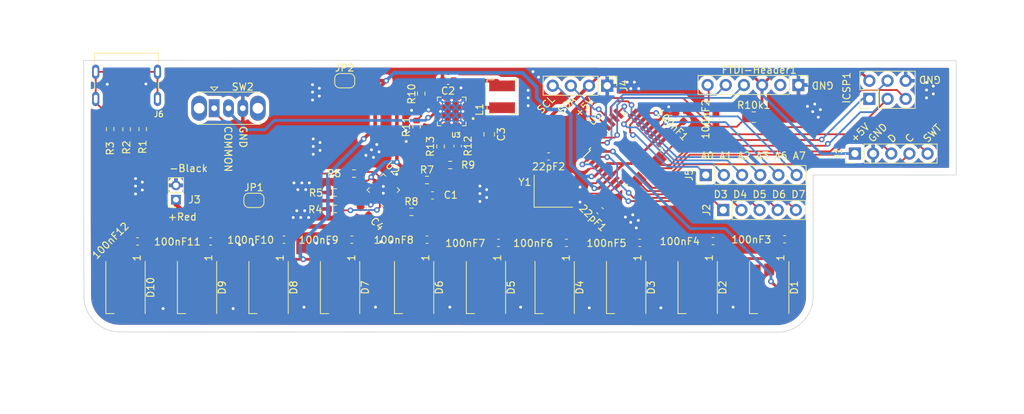
<source format=kicad_pcb>
(kicad_pcb (version 20221018) (generator pcbnew)
  (layers (0 "F.Cu" power) (31 "B.Cu" power) (34 "B.Paste" user) (35 "F.Paste" user) (36 "B.SilkS" user "B.Silkscreen") (37 "F.SilkS" user "F.Silkscreen") (38 "B.Mask" user) (39 "F.Mask" user) (44 "Edge.Cuts" user))
  (net 0 "")
  (net 1 "GND")
  (net 2 "Net-(U1-XTAL2{slash}PB7)")
  (net 3 "Net-(U1-XTAL1{slash}PB6)")
  (net 4 "+5V")
  (net 5 "/RST")
  (net 6 "Net-(FTDI-Header1-Pin_6)")
  (net 7 "Net-(D1-DOUT)")
  (net 8 "/D2")
  (net 9 "Net-(D2-DOUT)")
  (net 10 "Net-(D3-DOUT)")
  (net 11 "Net-(D4-DOUT)")
  (net 12 "Net-(D6-DOUT)")
  (net 13 "Net-(D7-DOUT)")
  (net 14 "Net-(D8-DOUT)")
  (net 15 "Net-(D10-DIN)")
  (net 17 "/FTDI-CTS")
  (net 18 "/FTDI-TX")
  (net 19 "/FTDI-RX")
  (net 20 "/MISO")
  (net 21 "/SCK")
  (net 22 "/MOSI")
  (net 23 "/DAT")
  (net 24 "/CLK")
  (net 25 "/SWT")
  (net 26 "/D6")
  (net 27 "/D7")
  (net 28 "/A6")
  (net 30 "/A7")
  (net 31 "/A0")
  (net 32 "/A1")
  (net 33 "/A2")
  (net 34 "/A3")
  (net 35 "/SDA")
  (net 36 "/SCL")
  (net 37 "/D3")
  (net 38 "/D4")
  (net 39 "/D5")
  (net 40 "Net-(D5-DOUT)")
  (net 41 "/+V_BAT")
  (net 42 "/BAT_V_OUT")
  (net 43 "/+V_USB")
  (net 44 "Net-(L1-Pad2)")
  (net 45 "Net-(J6-CC1)")
  (net 46 "Net-(J6-CC2)")
  (net 47 "Net-(J6-SHIELD-PadS1)")
  (net 48 "Net-(U2-ISET)")
  (net 49 "Net-(U2-ILIM)")
  (net 50 "Net-(U2-~{CHG})")
  (net 51 "Net-(U2-~{CE})")
  (net 52 "Net-(U2-TS)")
  (net 53 "Net-(U3-LBI)")
  (net 54 "Net-(U3-FB)")
  (net 55 "/Boost_EN")
  (net 58 "Net-(R12-Pad2)")
  (net 59 "Net-(JP1-A)")
  (footprint "Capacitor_SMD:C_0603_1608Metric" (layer "F.Cu") (at 168.95 64.8 180)
    (fp_text reference "C2")
    (fp_text value "10uF")
  )
  (footprint "TPS61092RSAR:CONV_TPS61092RSAR" (layer "F.Cu") (at 169.45 69.099998 180)
    (fp_text reference "U3")
    (fp_text value "TPS61092RSAR")
  )
  (footprint "Resistor_SMD:R_0603_1608Metric" (layer "F.Cu") (at 153.125 80.45 180)
    (fp_text reference "R5")
    (fp_text value "1.1k")
  )
  (footprint "Connector_PinHeader_2.54mm:PinHeader_1x05_P2.54mm_Vertical" (layer "F.Cu") (at 225.84 75 90)
    (fp_text reference "J1")
    (fp_text value "Conn_01x05_Pin")
  )
  (footprint "Package_QFP:TQFP-32_7x7mm_P0.8mm" (layer "F.Cu") (at 193.8 74.4 45)
    (fp_text reference "U1")
    (fp_text value "ATmega328P-A")
  )
  (footprint "LED_SMD:LED_WS2812B_PLCC4_5.0x5.0mm_P3.2mm" (layer "F.Cu") (at 133.85 93.75 -90)
    (fp_text reference "D9")
    (fp_text value "WS2812B")
  )
  (footprint "Resistor_SMD:R_0603_1608Metric" (layer "F.Cu") (at 124 71.6 -90)
    (fp_text reference "R2")
    (fp_text value "5.1k")
  )
  (footprint "LED_SMD:LED_WS2812B_PLCC4_5.0x5.0mm_P3.2mm" (layer "F.Cu") (at 213.85 93.75 -90)
    (fp_text reference "D1")
    (fp_text value "WS2812B")
  )
  (footprint "Capacitor_SMD:C_0603_1608Metric" (layer "F.Cu") (at 183 75.4 180)
    (fp_text reference "22pF2")
    (fp_text value "22pF")
  )
  (footprint "Inductor_SMD:L_Bourns-SRN4018" (layer "F.Cu") (at 176.5 67.05 -90)
    (fp_text reference "L1")
    (fp_text value "6.8uH")
  )
  (footprint "LED_SMD:LED_WS2812B_PLCC4_5.0x5.0mm_P3.2mm" (layer "F.Cu") (at 123.85 93.75 -90)
    (fp_text reference "D10")
    (fp_text value "WS2812B")
  )
  (footprint "Jumper:SolderJumper-2_P1.3mm_Open_RoundedPad1.0x1.5mm" (layer "F.Cu") (at 154.5 64.8)
    (fp_text reference "JP2")
    (fp_text value "Jumper_2_Open")
  )
  (footprint "Resistor_SMD:R_0603_1608Metric" (layer "F.Cu") (at 165.2 66.599998 -90)
    (fp_text reference "R10")
    (fp_text value "2.2M")
  )
  (footprint "Button_Switch_THT:SW_Slide_1P2T_CK_OS102011MS2Q" (layer "F.Cu") (at 136.25 68.65)
    (fp_text reference "SW2")
    (fp_text value "SW_SPDT")
  )
  (footprint "LED_SMD:LED_WS2812B_PLCC4_5.0x5.0mm_P3.2mm" (layer "F.Cu") (at 153.85 93.75 -90)
    (fp_text reference "D7")
    (fp_text value "WS2812B")
  )
  (footprint "Resistor_SMD:R_0603_1608Metric" (layer "F.Cu") (at 166 78.7)
    (fp_text reference "R7")
    (fp_text value "100k")
  )
  (footprint "Resistor_SMD:R_0603_1608Metric" (layer "F.Cu") (at 126.25 71.575 -90)
    (fp_text reference "R1")
    (fp_text value "5.1k")
  )
  (footprint "Capacitor_SMD:C_0603_1608Metric" (layer "F.Cu") (at 157.275 83.05 -45)
    (fp_text reference "C4")
    (fp_text value "22uF")
  )
  (footprint "Connector_PinSocket_2.00mm:PinSocket_1x02_P2.00mm_Vertical" (layer "F.Cu") (at 130.9 81.45 180)
    (fp_text reference "J3")
    (fp_text value "Battery_Conn")
  )
  (footprint "Capacitor_SMD:C_0603_1608Metric" (layer "F.Cu") (at 166 87.050001)
    (fp_text reference "100nF8")
    (fp_text value "100nF")
  )
  (footprint "Crystal:Crystal_SMD_3225-4Pin_3.2x2.5mm_HandSoldering" (layer "F.Cu") (at 183.683623 80.25)
    (fp_text reference "Y1")
    (fp_text value "Crystal_GND24")
  )
  (footprint "Connector_PinHeader_2.54mm:PinHeader_2x03_P2.54mm_Vertical" (layer "F.Cu") (at 227.86 67.34 90)
    (fp_text reference "ICSP1")
    (fp_text value "Conn_02x03_Odd_Even")
  )
  (footprint "Capacitor_SMD:C_0603_1608Metric" (layer "F.Cu") (at 195.75 87.5)
    (fp_text reference "100nF5")
    (fp_text value "100nF")
  )
  (footprint "LED_SMD:LED_WS2812B_PLCC4_5.0x5.0mm_P3.2mm" (layer "F.Cu") (at 174.25 93.75 -90)
    (fp_text reference "D5")
    (fp_text value "WS2812B")
  )
  (footprint "Jumper:SolderJumper-2_P1.3mm_Bridged2Bar_RoundedPad1.0x1.5mm" (layer "F.Cu") (at 141.8 81.55)
    (fp_text reference "JP1")
    (fp_text value "Jumper_2_Bridged")
  )
  (footprint "Resistor_SMD:R_0603_1608Metric" (layer "F.Cu") (at 167.9 73.999998 90)
    (fp_text reference "R13")
    (fp_text value "200K")
  )
  (footprint "LED_SMD:LED_WS2812B_PLCC4_5.0x5.0mm_P3.2mm" (layer "F.Cu") (at 183.85 93.75 -90)
    (fp_text reference "D4")
    (fp_text value "WS2812B")
  )
  (footprint "Capacitor_SMD:C_0805_2012Metric" (layer "F.Cu") (at 174.699999 72.3 -90)
    (fp_text reference "C3")
    (fp_text value "100uF")
  )
  (footprint "Resistor_SMD:R_0603_1608Metric" (layer "F.Cu") (at 153.125 82.75 180)
    (fp_text reference "R4")
    (fp_text value "590")
  )
  (footprint "Connector_PinHeader_2.54mm:PinHeader_1x06_P2.54mm_Vertical" (layer "F.Cu") (at 204.98 78 90)
    (fp_text reference "J5")
    (fp_text value "Conn_01x06_Pin")
  )
  (footprint "Connector_PinHeader_2.54mm:PinHeader_1x05_P2.54mm_Vertical" (layer "F.Cu") (at 207.425 82.9 90)
    (fp_text reference "J2")
    (fp_text value "Conn_01x05_Pin")
  )
  (footprint "Resistor_SMD:R_0603_1608Metric" (layer "F.Cu") (at 164.55 71.2 -90)
    (fp_text reference "R11")
    (fp_text value "390K")
  )
  (footprint "Capacitor_SMD:C_0603_1608Metric" (layer "F.Cu") (at 125.5375 87.3)
    (fp_text reference "100nF12")
    (fp_text value "100nF")
  )
  (footprint "LED_SMD:LED_WS2812B_PLCC4_5.0x5.0mm_P3.2mm" (layer "F.Cu") (at 203.85 93.75 -90)
    (fp_text reference "D2")
    (fp_text value "WS2812B")
  )
  (footprint "Resistor_SMD:R_0603_1608Metric" (layer "F.Cu") (at 163.825 83.15)
    (fp_text reference "R8")
    (fp_text value "10k")
  )
  (footprint "Capacitor_SMD:C_0603_1608Metric" (layer "F.Cu") (at 146 87.05)
    (fp_text reference "100nF10")
    (fp_text value "100nF")
  )
  (footprint "Capacitor_SMD:C_0603_1608Metric" (layer "F.Cu") (at 205.999999 87.249998)
    (fp_text reference "100nF4")
    (fp_text value "100nF")
  )
  (footprint "Resistor_SMD:R_0603_1608Metric" (layer "F.Cu") (at 121.7 71.575 90)
    (fp_text reference "R3")
    (fp_text value "1M")
  )
  (footprint "LED_SMD:LED_WS2812B_PLCC4_5.0x5.0mm_P3.2mm" (layer "F.Cu") (at 164.199999 93.750001 -90)
    (fp_text reference "D6")
    (fp_text value "WS2812B")
  )
  (footprint "Capacitor_SMD:C_0603_1608Metric" (layer "F.Cu") (at 135.75 87.299998)
    (fp_text reference "100nF11")
    (fp_text value "100nF")
  )
  (footprint "Capacitor_SMD:C_0603_1608Metric" (layer "F.Cu") (at 185.5 87.5)
    (fp_text reference "100nF6")
    (fp_text value "100nF")
  )
  (footprint "Connector_PinHeader_2.54mm:PinHeader_1x06_P2.54mm_Vertical" (layer "F.Cu") (at 217.94 65.4 -90)
    (fp_text reference "FTDI-Header1")
    (fp_text value "Conn_01x06_Pin")
  )
  (footprint "Capacitor_SMD:C_0603_1608Metric" (layer "F.Cu") (at 201.3 69.95 135)
    (fp_text reference "100nF1")
    (fp_text value "100nF")
  )
  (footprint "Capacitor_SMD:C_0805_2012Metric_Pad1.18x1.45mm_HandSolder" (layer "F.Cu") (at 211.7 69.9)
    (fp_text reference "R10k1")
    (fp_text value "10Kohm")
  )
  (footprint "Capacitor_SMD:C_0603_1608Metric" (layer "F.Cu") (at 206.4 70.2 90)
    (fp_text reference "100nF2")
    (fp_text value "100nF")
  )
  (footprint "Capacitor_SMD:C_0603_1608Metric" (layer "F.Cu") (at 216.000001 87)
    (fp_text reference "100nF3")
    (fp_text value "100nF")
  )
  (footprint "LED_SMD:LED_WS2812B_PLCC4_5.0x5.0mm_P3.2mm" (layer "F.Cu") (at 143.85 93.75 -90)
    (fp_text reference "D8")
    (fp_text value "WS2812B")
  )
  (footprint "LED_SMD:LED_WS2812B_PLCC4_5.0x5.0mm_P3.2mm" (layer "F.Cu") (at 193.85 93.75 -90)
    (fp_text reference "D3")
    (fp_text value "WS2812B")
  )
  (footprint "Capacitor_SMD:C_0603_1608Metric" (layer "F.Cu") (at 190.2 83 135)
    (fp_text reference "22pF1")
    (fp_text value "22pF")
  )
  (footprint "Capacitor_SMD:C_0603_1608Metric" (layer "F.Cu") (at 166.775 80.85)
    (fp_text reference "C1")
    (fp_text value "10uF")
  )
  (footprint "Capacitor_SMD:C_0603_1608Metric" (layer "F.Cu") (at 176.000002 87.500001)
    (fp_text reference "100nF7")
    (fp_text value "100nF")
  )
  (footprint "Capacitor_SMD:C_0603_1608Metric" (layer "F.Cu") (at 170.3 73.95 -90)
    (fp_text reference "R12")
    (fp_text value "1.8M")
  )
  (footprint "Package_DFN_QFN:VQFN-16-1EP_3x3mm_P0.5mm_EP1.6x1.6mm" (layer "F.Cu") (at 159.9 80.1 135)
    (fp_text reference "U2")
    (fp_text value "BQ24075RGT")
  )
  (footprint "Capacitor_SMD:C_0603_1608Metric" (layer "F.Cu") (at 155.500002 87.05)
    (fp_text reference "100nF9")
    (fp_text value "100nF")
  )
  (footprint "Connector_PinHeader_2.54mm:PinHeader_1x04_P2.54mm_Vertical" (layer "F.Cu") (at 191.2 65.5 -90)
    (fp_text reference "J4")
    (fp_text value "Conn_01x04_Pin")
  )
  (footprint "Resistor_SMD:R_0603_1608Metric" (layer "F.Cu") (at 155.8 77.8)
    (fp_text reference "R6")
    (fp_text value "1k")
  )
  (footprint "Resistor_SMD:R_0603_1608Metric" (layer "F.Cu") (at 169.25 76.6 180)
    (fp_text reference "R9")
    (fp_text value "200K")
  )
  (footprint "UJC-HP-3-SMT-TR:CUI_UJC-HP-3-SMT-TR" (layer "F.Cu") (at 124 67.35 180)
    (fp_text reference "J6")
    (fp_text value "UJC-HP-3-SMT-TR")
  )
  (gr_line (start 220.000002 95) (end 220 78) (stroke (width 0.1)) (layer "Edge.Cuts"))
  (gr_line (start 240 62) (end 118 61.95) (stroke (width 0.1)) (layer "Edge.Cuts"))
  (gr_line (start 240 78) (end 240 62) (stroke (width 0.1)) (layer "Edge.Cuts"))
  (gr_arc (start 220.000002 95) (mid 218.535535 98.535535) (end 214.999999 100) (stroke (width 0.1)) (layer "Edge.Cuts"))
  (gr_line (start 220 78) (end 240 78) (stroke (width 0.1)) (layer "Edge.Cuts"))
  (gr_line (start 118 83.95) (end 118.035535 94.964465) (stroke (width 0.1)) (layer "Edge.Cuts"))
  (gr_arc (start 123.035534 99.964467) (mid 119.499999 98.5) (end 118.035535 94.964465) (stroke (width 0.1)) (layer "Edge.Cuts"))
  (gr_line (start 123.035534 99.964467) (end 214.999999 100) (stroke (width 0.1)) (layer "Edge.Cuts"))
  (gr_line (start 118 61.95) (end 118 83.95) (stroke (width 0.1)) (layer "Edge.Cuts"))
  (gr_text "SWT" (at 236 73.65 45) (layer "F.SilkS") (effects (font (size 1 1)) (justify left bottom)))
  (gr_text "D3 D4 D5 D6 D7\n" (at 206 81.3) (layer "F.SilkS") (effects (font (size 1 1)) (justify left bottom)))
  (gr_text "+5V" (at 187.25 70.1 45) (layer "F.SilkS") (effects (font (size 1 1)) (justify left bottom)))
  (gr_text "COMMON" (at 137.6 71.05 -90) (layer "F.SilkS") (effects (font (size 1 1)) (justify left bottom)))
  (gr_text "SDA" (at 184.9 69.7 45) (layer "F.SilkS") (effects (font (size 1 1)) (justify left bottom)))
  (gr_text "+Red" (at 129.7 84.45) (layer "F.SilkS") (effects (font (size 1 1)) (justify left bottom)))
  (gr_text "GND" (at 228.3 73.65 45) (layer "F.SilkS") (effects (font (size 1 1)) (justify left bottom)))
  (gr_text "GND" (at 237.95 64.05 180) (layer "F.SilkS") (effects (font (size 1 1)) (justify left bottom)))
  (gr_text "A0 A1 A2 A3 A6 A7" (at 204.2 75.9) (layer "F.SilkS") (effects (font (size 1 1)) (justify left bottom)))
  (gr_text "GND" (at 139.7 71.05 -90) (layer "F.SilkS") (effects (font (size 1 1)) (justify left bottom)))
  (gr_text "GND" (at 222.95 64.85 180) (layer "F.SilkS") (effects (font (size 1 1)) (justify left bottom)))
  (gr_text "-Black" (at 129.9 77.65) (layer "F.SilkS") (effects (font (size 1 1)) (justify left bottom)))
  (gr_text "D" (at 231.05 73.7 45) (layer "F.SilkS") (effects (font (size 1 1)) (justify left bottom)))
  (gr_text "C" (at 233.45 73.7 45) (layer "F.SilkS") (effects (font (size 1 1)) (justify left bottom)))
  (gr_text "SCL" (at 182 69.6 45) (layer "F.SilkS") (effects (font (size 1 1)) (justify left bottom)))
  (gr_text "+5V" (at 225.8 73.65 45) (layer "F.SilkS") (effects (font (size 1 1)) (justify left bottom)))
  (segment (start 199.8 68.45) (end 200.751992 69.401992) (width 0.381) (layer "F.Cu") (net 1))
  (segment (start 165.524998 72.025) (end 164.55 72.025) (width 0.254) (layer "F.Cu") (net 1))
  (segment (start 198.5 70.3) (end 197.334314 70.3) (width 0.381) (layer "F.Cu") (net 1))
  (segment (start 159.006757 81.293243) (end 158.15 82.15) (width 0.254) (layer "F.Cu") (net 1))
  (segment (start 187.95 79.15) (end 189.615686 79.15) (width 0.25) (layer "F.Cu") (net 1))
  (segment (start 168.475 71.074998) (end 168.475 72.599998) (width 0.254) (layer "F.Cu") (net 1))
  (segment (start 152.3 84.15) (end 152.3 82.75) (width 0.254) (layer "F.Cu") (net 1))
  (segment (start 169.125 66.825) (end 169.5 66.45) (width 0.254) (layer "F.Cu") (net 1))
  (segment (start 199.398008 69.401992) (end 198.5 70.3) (width 0.381) (layer "F.Cu") (net 1))
  (segment (start 170.425 67.124998) (end 170.425 66.125) (width 0.254) (layer "F.Cu") (net 1))
  (segment (start 169.5 66.45) (end 170.1 66.45) (width 0.254) (layer "F.Cu") (net 1))
  (segment (start 161.1 77.9) (end 160.446796 78.553204) (width 0.254) (layer "F.Cu") (net 1))
  (segment (start 161.75 77.9) (end 161.75 78.603554) (width 0.254) (layer "F.Cu") (net 1))
  (segment (start 170.1 66.45) (end 170.75 65.8) (width 0.254) (layer "F.Cu") (net 1))
  (segment (start 161.75 77.9) (end 161.1 77.9) (width 0.254) (layer "F.Cu") (net 1))
  (segment (start 189.426814 77.07613) (end 189.946268 76.556676) (width 0.25) (layer "F.Cu") (net 1))
  (segment (start 169.775 67.124998) (end 169.775 66.775) (width 0.254) (layer "F.Cu") (net 1))
  (segment (start 158.706757 80.939689) (end 158.706757 81.593243) (width 0.254) (layer "F.Cu") (net 1))
  (segment (start 166.216288 68.851998) (end 166.293288 68.774998) (width 0.254) (layer "F.Cu") (net 1))
  (segment (start 167.475 70.074998) (end 165.524998 72.025) (width 0.254) (layer "F.Cu") (net 1))
  (segment (start 160.446796 78.553204) (end 160.386136 78.553204) (width 0.254) (layer "F.Cu") (net 1))
  (segment (start 158.706757 81.593243) (end 158.15 82.15) (width 0.254) (layer "F.Cu") (net 1))
  (segment (start 170.425 66.125) (end 170.75 65.8) (width 0.254) (layer "F.Cu") (net 1))
  (segment (start 164 84.35) (end 158.575 84.35) (width 0.254) (layer "F.Cu") (net 1))
  (segment (start 187.4 79.7) (end 187.95 79.15) (width 0.25) (layer "F.Cu") (net 1))
  (segment (start 158.575 84.35) (end 157.823008 83.598008) (width 0.254) (layer "F.Cu") (net 1))
  (segment (start 169.775 66.775) (end 170.75 65.8) (width 0.254) (layer "F.Cu") (net 1))
  (segment (start 200.751992 69.401992) (end 199.398008 69.401992) (width 0.381) (layer "F.Cu") (net 1))
  (segment (start 157.823008 83.598008) (end 157.221016 84.2) (width 0.254) (layer "F.Cu") (net 1))
  (segment (start 169.125 67.124998) (end 169.125 66.825) (width 0.254) (layer "F.Cu") (net 1))
  (segment (start 159.060311 81.293243) (end 159.006757 81.293243) (width 0.254) (layer "F.Cu") (net 1))
  (segment (start 200.751992 69.401992) (end 200.566377 69.216377) (width 0.25) (layer "F.Cu") (net 1))
  (segment (start 166.293288 68.774998) (end 167.475 68.774998) (width 0.254) (layer "F.Cu") (net 1))
  (segment (start 188.82387 77.07613) (end 189.426814 77.07613) (width 0.25) (layer "F.Cu") (net 1))
  (segment (start 168.475 72.599998) (end 167.9 73.174998) (width 0.254) (layer "F.Cu") (net 1))
  (segment (start 189.615686 79.15) (end 191.077639 77.688047) (width 0.25) (layer "F.Cu") (net 1))
  (segment (start 164.65 83.7) (end 164 84.35) (width 0.254) (layer "F.Cu") (net 1))
  (segment (start 152.35 84.2) (end 152.3 84.15) (width 0.254) (layer "F.Cu") (net 1))
  (segment (start 187.4 78.5) (end 188.82387 77.07613) (width 0.25) (layer "F.Cu") (net 1))
  (segment (start 164.65 83.15) (end 164.65 83.7) (width 0.254) (layer "F.Cu") (net 1))
  (segment (start 161.75 78.603554) (end 161.093243 79.260311) (width 0.254) (layer "F.Cu") (net 1))
  (segment (start 187.4 79.7) (end 187.4 78.5) (width 0.25) (layer "F.Cu") (net 1))
  (segment (start 157.221016 84.2) (end 152.35 84.2) (width 0.254) (layer "F.Cu") (net 1))
  (segment (start 197.334314 70.3) (end 196.522361 71.111953) (width 0.381) (layer "F.Cu") (net 1))
  (via (at 149.05 80.05) (size 0.8) (drill 0.4) (layers "F.Cu" "B.Cu") (net 1))
  (via (at 219.93934 69.132843) (size 0.8) (drill 0.4) (layers "F.Cu" "B.Cu") (net 1))
  (via (at 173.4 80.6) (size 0.8) (drill 0.4) (layers "F.Cu" "B.Cu") (net 1))
  (via (at 194.48934 84.632843) (size 0.8) (drill 0.4) (layers "F.Cu" "B.Cu") (net 1))
  (via (at 235.85 65.05) (size 0.8) (drill 0.4) (layers "F.Cu" "B.Cu") (net 1))
  (via (at 174.35 81.15) (size 0.8) (drill 0.4) (layers "F.Cu" "B.Cu") (net 1))
  (via (at 199.8 68.45) (size 0.8) (drill 0.4) (layers "F.Cu" "B.Cu") (net 1))
  (via (at 159.3 74.75) (size 0.8) (drill 0.4) (layers "F.Cu" "B.Cu") (net 1))
  (via (at 194.772183 83.572183) (size 0.8) (drill 0.4) (layers "F.Cu" "B.Cu") (net 1))
  (via (at 150.1 75.1) (size 0.8) (drill 0.4) (layers "F.Cu" "B.Cu") (net 1))
  (via (at 198.7 96.6) (size 0.8) (drill 0.4) (layers "F.Cu" "B.Cu") (net 1))
  (via (at 126.2 80.1) (size 0.8) (drill 0.4) (layers "F.Cu" "B.Cu") (net 1))
  (via (at 173.4 79.55) (size 0.8) (drill 0.4) (layers "F.Cu" "B.Cu") (net 1))
  (via (at 181.6 64.3) (size 0.8) (drill 0.4) (layers "F.Cu" "B.Cu") (net 1))
  (via (at 187.4 81.8) (size 0.8) (drill 0.4) (layers "F.Cu" "B.Cu") (net 1))
  (via (at 195 65) (size 0.8) (drill 0.4) (layers "F.Cu" "B.Cu") (net 1))
  (via (at 148.5 79.1) (size 0.8) (drill 0.4) (layers "F.Cu" "B.Cu") (net 1))
  (via (at 219.196878 68.390381) (size 0.8) (drill 0.4) (layers "F.Cu" "B.Cu") (net 1))
  (via (at 150.55 87.55) (size 0.8) (drill 0.4) (layers "F.Cu" "B.Cu") (net 1))
  (via (at 150.1 74) (size 0.8) (drill 0.4) (layers "F.Cu" "B.Cu") (net 1))
  (via (at 158.522183 75.527817) (size 0.8) (drill 0.4) (layers "F.Cu" "B.Cu") (net 1))
  (via (at 147.3 83.95) (size 0.8) (drill 0.4) (layers "F.Cu" "B.Cu") (net 1))
  (via (at 180.15 67.2) (size 0.8) (drill 0.4) (layers "F.Cu" "B.Cu") (net 1))
  (via (at 158.8 96.5) (size 0.8) (drill 0.4) (layers "F.Cu" "B.Cu") (net 1))
  (via (at 163.05 71.75) (size 0.8) (drill 0.4) (layers "F.Cu" "B.Cu") (net 1))
  (via (at 169.2 96.5) (size 0.8) (drill 0.4) (layers "F.Cu" "B.Cu") (net 1))
  (via (at 148.9 83) (size 0.8) (drill 0.4) (layers "F.Cu" "B.Cu") (net 1))
  (via (at 235.85 67.2) (size 0.8) (drill 0.4) (layers "F.Cu" "B.Cu") (net 1))
  (via (at 180.15 66.15) (size 0.8) (drill 0.4) (layers "F.Cu" "B.Cu") (net 1))
  (via (at 125.25 78.5) (size 0.8) (drill 0.4) (layers "F.Cu" "B.Cu") (net 1))
  (via (at 188.7 96.6) (size 0.8) (drill 0.4) (layers "F.Cu" "B.Cu") (net 1))
  (via (at 150.1 72.95) (size 0.8) (drill 0.4) (layers "F.Cu" "B.Cu") (net 1))
  (via (at 126.2 79) (size 0.8) (drill 0.4) (layers "F.Cu" "B.Cu") (net 1))
  (via (at 220.717157 69.91066) (size 0.8) (drill 0.4) (layers "F.Cu" "B.Cu") (net 1))
  (via (at 159.9 79.6) (size 0.8) (drill 0.4) (layers "F.Cu" "B.Cu") (net 1))
  (via (at 187.4 79.7) (size 0.8) (drill 0.4) (layers "F.Cu" "B.Cu") (net 1))
  (via (at 148.8 96.5) (size 0.8) (drill 0.4) (layers "F.Cu" "B.Cu") (net 1))
  (via (at 150 66.4) (size 0.8) (drill 0.4) (layers "F.Cu" "B.Cu") (net 1))
  (via (at 221 68.85) (size 0.8) (drill 0.4) (layers "F.Cu" "B.Cu") (net 1))
  (via (at 148.35 83.95) (size 0.8) (drill 0.4) (layers "F.Cu" "B.Cu") (net 1))
  (via (at 141.65 87.75) (size 0.8) (drill 0.4) (layers "F.Cu" "B.Cu") (net 1))
  (via (at 151.05 73.45) (size 0.8) (drill 0.4) (layers "F.Cu" "B.Cu") (net 1))
  (via (at 129.1 96.7) (size 0.8) (drill 0.4) (layers "F.Cu" "B.Cu") (net 1))
  (via (at 166.216288 68.851998) (size 0.8) (drill 0.4) (layers "F.Cu" "B.Cu") (net 1))
  (via (at 147.4 79.100002) (size 0.8) (drill 0.4) (layers "F.Cu" "B.Cu") (net 1))
  (via (at 180.15 68.3) (size 0.8) (drill 0.4) (layers "F.Cu" "B.Cu") (net 1))
  (via (at 170.75 65.8) (size 0.8) (drill 0.4) (layers "F.Cu" "B.Cu") (net 1))
  (via (at 158.23934 74.467157) (size 0.8) (drill 0.4) (layers "F.Cu" "B.Cu") (net 1))
  (via (at 149.55 79.1) (size 0.8) (drill 0.4) (layers "F.Cu" "B.Cu") (net 1))
  (via (at 195.55 84.35) (size 0.8) (drill 0.4) (layers "F.Cu" "B.Cu") (net 1))
  (via (at 159.55 87.35) (size 0.8) (drill 0.4) (layers "F.Cu" "B.Cu") (net 1))
  (via (at 159.9 80.55) (size 0.8) (drill 0.4) (layers "F.Cu" "B.Cu") (net 1))
  (via (at 195.6 65.9) (size 0.8) (drill 0.4) (layers "F.Cu" "B.Cu") (net 1))
  (via (at 125.25 79.55) (size 0.8) (drill 0.4) (layers "F.Cu" "B.Cu") (net 1))
  (via (at 220.222183 68.072183) (size 0.8) (drill 0.4) (layers "F.Cu" "B.Cu") (net 1))
  (via (at 163.85 68.95) (size 0.8) (drill 0.4) (layers "F.Cu" "B.Cu") (net 1))
  (via (at 158.15 82.15) (size 0.8) (drill 0.4) (layers "F.Cu" "B.Cu") (net 1))
  (via (at 174.35 80.05) (size 0.8) (drill 0.4) (layers "F.Cu" "B.Cu") (net 1))
  (via (at 125.25 80.65) (size 0.8) (drill 0.4) (layers "F.Cu" "B.Cu") (net 1))
  (via (at 193.746878 83.890381) (size 0.8) (drill 0.4) (layers "F.Cu" "B.Cu") (net 1))
  (via (at 195.267157 85.41066) (size 0.8) (drill 0.4) (layers "F.Cu" "B.Cu") (net 1))
  (via (at 173.4 81.7) (size 0.8) (drill 0.4) (layers "F.Cu" "B.Cu") (net 1))
  (via (at 138.9 96.7) (size 0.8) (drill 0.4) (layers "F.Cu" "B.Cu") (net 1))
  (via (at 150.95 66.95) (size 0.8) (drill 0.4) (layers "F.Cu" "B.Cu") (net 1))
  (via (at 157.461523 75.244975) (size 0.8) (drill 0.4) (layers "F.Cu" "B.Cu") (net 1))
  (via (at 236.8 65.55) (size 0.8) (drill 0.4) (layers "F.Cu" "B.Cu") (net 1))
  (via (at 161.05 87.35) (size 0.8) (drill 0.4) (layers "F.Cu" "B.Cu") (net 1))
  (via (at 149.449999 83.95) (size 0.8) (drill 0.4) (layers "F.Cu" "B.Cu") (net 1))
  (via (at 150 65.35) (size 0.8) (drill 0.4) (layers "F.Cu" "B.Cu") (net 1))
  (via (at 150 67.5) (size 0.8) (drill 0.4) (layers "F.Cu" "B.Cu") (net 1))
  (via (at 150.95 65.85) (size 0.8) (drill 0.4) (layers "F.Cu" "B.Cu") (net 1))
  (via (at 208.8 96.5) (size 0.8) (drill 0.4) (layers "F.Cu" "B.Cu") (net 1))
  (via (at 180.822183 63.522183) (size 0.8) (drill 0.4) (layers "F.Cu" "B.Cu") (net 1))
  (via (at 194 65) (size 0.8) (drill 0.4) (layers "F.Cu" "B.Cu") (net 1))
  (via (at 147.8 83) (size 0.8) (drill 0.4) (layers "F.Cu" "B.Cu") (net 1))
  (via (at 121.3 65.3) (size 0.8) (drill 0.4) (layers "F.Cu" "B.Cu") (net 1))
  (via (at 158.981802 73.724695) (size 0.8) (drill 0.4) (layers "F.Cu" "B.Cu") (net 1))
  (via (at 161.75 77.9) (size 0.8) (drill 0.4) (layers "F.Cu" "B.Cu") (net 1))
  (via (at 152.2 87.6) (size 0.8) (drill 0.4) (layers "F.Cu" "B.Cu") (net 1))
  (via (at 179.1 96.5) (size 0.8) (drill 0.4) (layers "F.Cu" "B.Cu") (net 1))
  (via (at 236.8 66.65) (size 0.8) (drill 0.4) (layers "F.Cu" "B.Cu") (net 1))
  (via (at 139.8 87.75) (size 0.8) (drill 0.4) (layers "F.Cu" "B.Cu") (net 1))
  (via (at 147.95 80.05) (size 0.8) (drill 0.4) (layers "F.Cu" "B.Cu") (net 1))
  (via (at 151.05 74.55) (size 0.8) (drill 0.4) (layers "F.Cu" "B.Cu") (net 1))
  (via (at 235.85 66.1) (size 0.8) (drill 0.4) (layers "F.Cu" "B.Cu") (net 1))
  (via (at 194.5 65.9) (size 0.8) (drill 0.4) (layers "F.Cu" "B.Cu") (net 1))
  (via (at 126.7 65.25) (size 0.8) (drill 0.4) (layers "F.Cu" "B.Cu") (net 1))
  (via (at 163.1 73.3) (size 0.8) (drill 0.4) (layers "F.Cu" "B.Cu") (net 1))
  (segment (start 189.733623 82.266377) (end 189.466377 82.266377) (width 0.25) (layer "F.Cu") (net 2))
  (segment (start 189.466377 82.266377) (end 188.332754 83.4) (width 0.25) (layer "F.Cu") (net 2))
  (segment (start 188.332754 83.4) (end 183.6 83.4) (width 0.25) (layer "F.Cu") (net 2))
  (segment (start 183.6 83.4) (end 182.233623 82.033623) (width 0.25) (layer "F.Cu") (net 2))
  (segment (start 182.233623 82.033623) (end 182.233623 81.4) (width 0.25) (layer "F.Cu") (net 2))
  (segment (start 192.774695 79.385103) (end 192.614897 79.385103) (width 0.25) (layer "F.Cu") (net 2))
  (segment (start 192.614897 79.385103) (end 189.733623 82.266377) (width 0.25) (layer "F.Cu") (net 2))
  (segment (start 192.20901 78.819417) (end 190.428427 80.6) (width 0.25) (layer "F.Cu") (net 3))
  (segment (start 184.4 75.7625) (end 184.0375 75.4) (width 0.25) (layer "F.Cu") (net 3))
  (segment (start 190.428427 80.6) (end 187.1 80.6) (width 0.25) (layer "F.Cu") (net 3))
  (segment (start 184.4 78.366377) (end 184.4 75.7625) (width 0.25) (layer "F.Cu") (net 3))
  (segment (start 185.6 79.1) (end 185.133623 79.1) (width 0.25) (layer "F.Cu") (net 3))
  (segment (start 185.133623 79.1) (end 184.4 78.366377) (width 0.25) (layer "F.Cu") (net 3))
  (segment (start 187.1 80.6) (end 185.6 79.1) (width 0.25) (layer "F.Cu") (net 3))
  (segment (start 193.428427 76.468629) (end 191.643324 78.253732) (width 0.381) (layer "F.Cu") (net 4))
  (segment (start 165.849999 91.300001) (end 167.5 89.65) (width 0.508) (layer "F.Cu") (net 4))
  (segment (start 189.434314 78.2) (end 189 78.2) (width 0.381) (layer "F.Cu") (net 4))
  (segment (start 185.5 91.3) (end 186.9 89.9) (width 0.508) (layer "F.Cu") (net 4))
  (segment (start 147.0375 89.7625) (end 145.5 91.3) (width 0.381) (layer "F.Cu") (net 4))
  (segment (start 199.428427 71.6) (end 200.746016 71.6) (width 0.381) (layer "F.Cu") (net 4))
  (segment (start 170.425 71.074998) (end 170.425 73.05) (width 0.25) (layer "F.Cu") (net 4))
  (segment (start 169.775 72.65) (end 170.3 73.175) (width 0.25) (layer "F.Cu") (net 4))
  (segment (start 186.5375 87.5) (end 186.5375 90.2625) (width 0.381) (layer "F.Cu") (net 4))
  (segment (start 136.7875 90.0125) (end 135.5 91.3) (width 0.381) (layer "F.Cu") (net 4))
  (segment (start 212.86 65.4) (end 212.8375 65.4225) (width 0.381) (layer "F.Cu") (net 4))
  (segment (start 126.575 90.225) (end 125.5 91.3) (width 0.381) (layer "F.Cu") (net 4))
  (segment (start 213.9 89.7) (end 215.5 91.3) (width 0.381) (layer "F.Cu") (net 4))
  (segment (start 189.4 79.875) (end 190.022056 79.875) (width 0.381) (layer "F.Cu") (net 4))
  (segment (start 126.575 87.3) (end 126.575 90.225) (width 0.381) (layer "F.Cu") (net 4))
  (segment (start 184.1 89.9) (end 185.5 91.3) (width 0.508) (layer "F.Cu") (net 4))
  (segment (start 171.425 70.074998) (end 173.424997 70.074998) (width 0.25) (layer "F.Cu") (net 4))
  (segment (start 212.8375 69.8) (end 212.7375 69.9) (width 0.381) (layer "F.Cu") (net 4))
  (segment (start 186.9 89.9) (end 194.1 89.9) (width 0.508) (layer "F.Cu") (net 4))
  (segment (start 147.0375 87.05) (end 147.0375 89.7625) (width 0.381) (layer "F.Cu") (net 4))
  (segment (start 226.76 63.7) (end 214.56 63.7) (width 0.381) (layer "F.Cu") (net 4))
  (segment (start 195.5 91.3) (end 196.6405 90.1595) (width 0.381) (layer "F.Cu") (net 4))
  (segment (start 137 89.8) (end 135.5 91.3) (width 0.381) (layer "F.Cu") (net 4))
  (segment (start 176.8 71.35) (end 179.25 73.8) (width 0.508) (layer "F.Cu") (net 4))
  (segment (start 190.5505 63.6095) (end 211.0695 63.6095) (width 0.381) (layer "F.Cu") (net 4))
  (segment (start 155.5 91.3) (end 154 89.8) (width 0.381) (layer "F.Cu") (net 4))
  (segment (start 207.037499 89.762501) (end 205.5 91.3) (width 0.381) (layer "F.Cu") (net 4))
  (segment (start 156.537502 87.05) (end 157 87.512498) (width 0.381) (layer "F.Cu") (net 4))
  (segment (start 126.6405 90.0595) (end 126.6405 90.1595) (width 0.381) (layer "F.Cu") (net 4))
  (segment (start 177.037502 87.500001) (end 177.037502 90.162498) (width 0.508) (layer "F.Cu") (net 4))
  (segment (start 154 89.8) (end 148.7 89.8) (width 0.381) (layer "F.Cu") (net 4))
  (segment (start 170.425 73.05) (end 170.3 73.175) (width 0.25) (layer "F.Cu") (net 4))
  (segment (start 204.3595 90.1595) (end 205.5 91.3) (width 0.381) (layer "F.Cu") (net 4))
  (segment (start 194.628427 76.4) (end 193.428427 76.4) (width 0.381) (layer "F.Cu") (net 4))
  (segment (start 147 89.8) (end 145.5 91.3) (width 0.381) (layer "F.Cu") (net 4))
  (segment (start 126.6405 90.1595) (end 125.5 91.3) (width 0.381) (layer "F.Cu") (net 4))
  (segment (start 134 89.8) (end 126.9 89.8) (width 0.381) (layer "F.Cu") (net 4))
  (segment (start 196.7875 90.0125) (end 195.5 91.3) (width 0.381) (layer "F.Cu") (net 4))
  (segment (start 174.25 89.65) (end 175.9 91.3) (width 0.508) (layer "F.Cu") (net 4))
  (segment (start 179.25 73.8) (end 179.25 73.85) (width 0.508) (layer "F.Cu") (net 4))
  (segment (start 148.7 89.8) (end 147 89.8) (width 0.381) (layer "F.Cu") (net 4))
  (segment (start 157 89.8) (end 155.5 91.3) (width 0.381) (layer "F.Cu") (net 4))
  (segment (start 190.511953 77.122361) (end 189.434314 78.2) (width 0.381) (layer "F.Cu") (net 4))
  (segment (start 190.511953 77.122361) (end 191.234314 76.4) (width 0.381) (layer "F.Cu") (net 4))
  (segment (start 135.5 91.3) (end 134 89.8) (width 0.381) (layer "F.Cu") (net 4))
  (segment (start 165.849999 91.300001) (end 164.149998 89.6) (width 0.508) (layer "F.Cu") (net 4))
  (segment (start 177.037502 90.162498) (end 175.9 91.3) (width 0.381) (layer "F.Cu") (net 4))
  (segment (start 211.0695 63.6095) (end 212.86 65.4) (width 0.381) (layer "F.Cu") (net 4))
  (segment (start 145.5 91.3) (end 144 89.8) (width 0.381) (layer "F.Cu") (net 4))
  (segment (start 205.5 91.3) (end 207.1 89.7) (width 0.381) (layer "F.Cu") (net 4))
  (segment (start 184.27 68.83) (end 179.25 73.85) (width 0.508) (layer "F.Cu") (net 4))
  (segment (start 157.2 89.6) (end 155.5 91.3) (width 0.381) (layer "F.Cu") (net 4))
  (segment (start 158.75 66.35) (end 160.3 64.8) (width 0.508) (layer "F.Cu") (net 4))
  (segment (start 198.219417 72.80901) (end 194.628427 76.4) (width 0.381) (layer "F.Cu") (net 4))
  (segment (start 193.428427 76.4) (end 193.428427 76.468629) (width 0.381) (layer "F.Cu") (net 4))
  (segment (start 144 89.8) (end 137 89.8) (width 0.381) (layer "F.Cu") (net 4))
  (segment (start 207.1 89.7) (end 213.9 89.7) (width 0.381) (layer "F.Cu") (net 4))
  (segment (start 167.0375 87.050001) (end 167.0375 90.1125) (width 0.381) (layer "F.Cu") (net 4))
  (segment (start 169.775 71.074998) (end 169.775 72.65) (width 0.25) (layer "F.Cu") (net 4))
  (segment (start 167.0375 90.1125) (end 165.849999 91.300001) (width 0.381) (layer "F.Cu") (net 4))
  (segment (start 188.66 65.5) (end 185.33 68.83) (width 0.508) (layer "F.Cu") (net 4))
  (segment (start 164.149998 89.6) (end 157.2 89.6) (width 0.508) (layer "F.Cu") (net 4))
  (segment (start 190.022056 79.875) (end 191.643324 78.253732) (width 0.381) (layer "F.Cu") (net 4))
  (segment (start 186.5375 90.2625) (end 185.5 91.3) (width 0.381) (layer "F.Cu") (net 4))
  (segment (start 167.5 89.65) (end 174.25 89.65) (width 0.508) (layer "F.Cu") (net 4))
  (segment (start 196.7875 87.5) (end 196.7875 90.0125) (width 0.381) (layer "F.Cu") (net 4))
  (segment (start 158.75 71.35) (end 158.75 66.35) (width 0.508) (layer "F.Cu") (net 4))
  (segment (start 173.424997 70.074998) (end 174.699999 71.35) (width 0.25) (layer "F.Cu") (net 4))
  (segment (start 136.7875 87.299998) (end 136.7875 90.0125) (width 0.381) (layer "F.Cu") (net 4))
  (segment (start 207.037499 87.249998) (end 207.037499 89.762501) (width 0.381) (layer "F.Cu") (net 4))
  (segment (start 188.66 65.5) (end 190.5505 63.6095) (width 0.381) (layer "F.Cu") (net 4))
  (segment (start 179.25 85.287503) (end 177.037502 87.500001) (width 0.508) (layer "F.Cu") (net 4))
  (segment (start 212.8375 65.4225) (end 212.8375 69.8) (width 0.381) (layer "F.Cu") (net 4))
  (segment (start 157 87.512498) (end 157 89.8) (width 0.381) (layer "F.Cu") (net 4))
  (segment (start 217.037501 87) (end 217.037501 89.762499) (width 0.381) (layer "F.Cu") (net 4))
  (segment (start 185.33 68.83) (end 184.27 68.83) (width 0.508) (layer "F.Cu") (net 4))
  (segment (start 191.234314 76.4) (end 193.428427 76.4) (width 0.381) (layer "F.Cu") (net 4))
  (segment (start 217.037501 89.762499) (end 215.5 91.3) (width 0.381) (layer "F.Cu") (net 4))
  (segment (start 194.1 89.9) (end 195.5 91.3) (width 0.508) (layer "F.Cu") (net 4))
  (segment (start 126.9 89.8) (end 126.6405 90.0595) (width 0.381) (layer "F.Cu") (net 4))
  (segment (start 196.6405 90.1595) (end 204.3595 90.1595) (width 0.381) (layer "F.Cu") (net 4))
  (segment (start 157.15 72.95) (end 158.75 71.35) (width 0.508) (layer "F.Cu") (net 4))
  (segment (start 160.3 64.8) (end 155.15 64.8) (width 0.508) (layer "F.Cu") (net 4))
  (segment (start 227.86 64.8) (end 226.76 63.7) (width 0.381) (layer "F.Cu") (net 4))
  (segment (start 179.25 73.85) (end 179.25 85.287503) (width 0.508) (layer "F.Cu") (net 4))
  (segment (start 175.9 91.3) (end 177.3 89.9) (width 0.508) (layer "F.Cu") (net 4))
  (segment (start 200.746016 71.6) (end 201.848008 70.498008) (width 0.381) (layer "F.Cu") (net 4))
  (segment (start 198.219417 72.80901) (end 199.428427 71.6) (width 0.381) (layer "F.Cu") (net 4))
  (segment (start 214.56 63.7) (end 212.86 65.4) (width 0.381) (layer "F.Cu") (net 4))
  (segment (start 174.699999 71.35) (end 176.8 71.35) (width 0.508) (layer "F.Cu") (net 4))
  (segment (start 177.3 89.9) (end 184.1 89.9) (width 0.508) (layer "F.Cu") (net 4))
  (via (at 185.33 68.83) (size 0.8) (drill 0.4) (layers "F.Cu" "B.Cu") (net 4))
  (via (at 189 78.2) (size 0.8) (drill 0.4) (layers "F.Cu" "B.Cu") (net 4))
  (via (at 160.3 64.8) (size 0.8) (drill 0.4) (layers "F.Cu" "B.Cu") (net 4))
  (via (at 148.7 89.8) (size 0.8) (drill 0.4) (layers "F.Cu" "B.Cu") (net 4))
  (via (at 189.4 79.875) (size 0.8) (drill 0.4) (layers "F.Cu" "B.Cu") (net 4))
  (via (at 157.15 72.95) (size 0.8) (drill 0.4) (layers "F.Cu" "B.Cu") (net 4))
  (segment (start 181.35 65.7) (end 181.35 67.2) (width 0.508) (layer "B.Cu") (net 4))
  (segment (start 148.3 87.59613) (end 148.3 89.4) (width 0.508) (layer "B.Cu") (net 4))
  (segment (start 182.98 68.83) (end 185.33 68.83) (width 0.508) (layer "B.Cu") (net 4))
  (segment (start 179.35 63.7) (end 181.35 65.7) (width 0.508) (layer "B.Cu") (net 4))
  (segment (start 189 78.2) (end 187.717936 78.2) (width 0.508) (layer "B.Cu") (net 4))
  (segment (start 189.392936 79.875) (end 187.408968 77.891032) (width 0.508) (layer "B.Cu") (net 4))
  (segment (start 187.408968 77.891032) (end 186.1 76.582064) (width 0.508) (layer "B.Cu") (net 4))
  (segment (start 152.15 83.74613) (end 148.3 87.59613) (width 0.508) (layer "B.Cu") (net 4))
  (segment (start 225.84 75) (end 221.1 75) (width 0.381) (layer "B.Cu") (net 4))
  (segment (start 187.717936 78.2) (end 187.408968 77.891032) (width 0.381) (layer "B.Cu") (net 4))
  (segment (start 186.1 69.6) (end 185.33 68.83) (width 0.508) (layer "B.Cu") (net 4))
  (segment (start 221.1 75) (end 212.86 66.76) (width 0.381) (layer "B.Cu") (net 4))
  (segment (start 181.35 67.2) (end 182.98 68.83) (width 0.508) (layer "B.Cu") (net 4))
  (segment (start 161.4 63.7) (end 179.35 63.7) (width 0.508) (layer "B.Cu") (net 4))
  (segment (start 148.3 89.4) (end 148.7 89.8) (width 0.508) (layer "B.Cu") (net 4))
  (segment (start 157.15 72.95) (end 152.15 77.95) (width 0.508) (layer "B.Cu") (net 4))
  (segment (start 189.4 79.875) (end 189.392936 79.875) (width 0.381) (layer "B.Cu") (net 4))
  (segment (start 186.1 76.582064) (end 186.1 69.6) (width 0.508) (layer "B.Cu") (net 4))
  (segment (start 212.86 66.76) (end 212.86 65.4) (width 0.381) (layer "B.Cu") (net 4))
  (segment (start 152.15 77.95) (end 152.15 83.74613) (width 0.508) (layer "B.Cu") (net 4))
  (segment (start 160.3 64.8) (end 161.4 63.7) (width 0.508) (layer "B.Cu") (net 4))
  (segment (start 188.9 70.065686) (end 188.9 68.4) (width 0.25) (layer "F.Cu") (net 5))
  (segment (start 210.6625 69.9) (end 212.0625 71.3) (width 0.25) (layer "F.Cu") (net 5))
  (segment (start 221.55 71.3) (end 226.75 66.1) (width 0.25) (layer "F.Cu") (net 5))
  (segment (start 231.7 66.1) (end 232.94 67.34) (width 0.25) (layer "F.Cu") (net 5))
  (segment (start 209.325 71.2375) (end 210.6625 69.9) (width 0.25) (layer "F.Cu") (net 5))
  (segment (start 190.075 67.225) (end 201.825 67.225) (width 0.25) (layer "F.Cu") (net 5))
  (segment (start 206.4 71.2375) (end 209.325 71.2375) (width 0.25) (layer "F.Cu") (net 5))
  (segment (start 188.9 68.4) (end 190.075 67.225) (width 0.25) (layer "F.Cu") (net 5))
  (segment (start 226.75 66.1) (end 231.7 66.1) (width 0.25) (layer "F.Cu") (net 5))
  (segment (start 190.511953 71.677639) (end 188.9 70.065686) (width 0.25) (layer "F.Cu") (net 5))
  (segment (start 201.825 67.225) (end 205.8375 71.2375) (width 0.25) (layer "F.Cu") (net 5))
  (segment (start 212.0625 71.3) (end 221.55 71.3) (width 0.25) (layer "F.Cu") (net 5))
  (segment (start 205.8375 71.2375) (end 206.4 71.2375) (width 0.25) (layer "F.Cu") (net 5))
  (segment (start 205.4 65.16) (end 205.24 65) (width 0.25) (layer "F.Cu") (net 6))
  (segment (start 205.4 68.1625) (end 205.4 65.16) (width 0.25) (layer "F.Cu") (net 6))
  (segment (start 206.4 69.1625) (end 205.4 68.1625) (width 0.25) (layer "F.Cu") (net 6))
  (segment (start 210.4 91.3) (end 205.5 96.2) (width 0.254) (layer "F.Cu") (net 7))
  (segment (start 212.2 91.3) (end 210.4 91.3) (width 0.254) (layer "F.Cu") (net 7))
  (segment (start 188.814897 73.374695) (end 190.140202 74.7) (width 0.381) (layer "F.Cu") (net 8))
  (segment (start 190.140202 74.7) (end 192 74.7) (width 0.381) (layer "F.Cu") (net 8))
  (segment (start 214.1 92.9) (end 215.5 94.3) (width 0.381) (layer "F.Cu") (net 8))
  (segment (start 215.5 94.3) (end 215.5 96.2) (width 0.381) (layer "F.Cu") (net 8))
  (via (at 192 74.7) (size 0.8) (drill 0.4) (layers "F.Cu" "B.Cu") (net 8))
  (via (at 214.1 92.9) (size 0.8) (drill 0.4) (layers "F.Cu" "B.Cu") (net 8))
  (segment (start 207.7 85.5) (end 202.8 85.5) (width 0.381) (layer "B.Cu") (net 8))
  (segment (start 214.1 92.9) (end 214.1 91.9) (width 0.381) (layer "B.Cu") (net 8))
  (segment (start 202.8 85.5) (end 192 74.7) (width 0.381) (layer "B.Cu") (net 8))
  (segment (start 214.1 91.9) (end 207.7 85.5) (width 0.381) (layer "B.Cu") (net 8))
  (segment (start 202.2 91.3) (end 200.4 91.3) (width 0.254) (layer "F.Cu") (net 9))
  (segment (start 200.4 91.3) (end 195.5 96.2) (width 0.254) (layer "F.Cu") (net 9))
  (segment (start 190.4 91.3) (end 185.5 96.2) (width 0.254) (layer "F.Cu") (net 10))
  (segment (start 192.2 91.3) (end 190.4 91.3) (width 0.254) (layer "F.Cu") (net 10))
  (segment (start 182.2 91.3) (end 180.8 91.3) (width 0.254) (layer "F.Cu") (net 11))
  (segment (start 180.8 91.3) (end 175.9 96.2) (width 0.254) (layer "F.Cu") (net 11))
  (segment (start 160.399999 91.300001) (end 155.5 96.2) (width 0.254) (layer "F.Cu") (net 12))
  (segment (start 162.549999 91.300001) (end 160.399999 91.300001) (width 0.254) (layer "F.Cu") (net 12))
  (segment (start 150.4 91.3) (end 145.5 96.2) (width 0.254) (layer "F.Cu") (net 13))
  (segment (start 152.2 91.3) (end 150.4 91.3) (width 0.254) (layer "F.Cu") (net 13))
  (segment (start 140.4 91.3) (end 135.5 96.2) (width 0.254) (layer "F.Cu") (net 14))
  (segment (start 142.2 91.3) (end 140.4 91.3) (width 0.254) (layer "F.Cu") (net 14))
  (segment (start 130.4 91.3) (end 125.5 96.2) (width 0.254) (layer "F.Cu") (net 15))
  (segment (start 132.2 91.3) (end 130.4 91.3) (width 0.254) (layer "F.Cu") (net 15))
  (segment (start 192.6 72.4) (end 192.237221 72.762779) (width 0.25) (layer "F.Cu") (net 18))
  (segment (start 190.465723 72.762779) (end 189.946268 72.243324) (width 0.25) (layer "F.Cu") (net 18))
  (segment (start 192.237221 72.762779) (end 190.465723 72.762779) (width 0.25) (layer "F.Cu") (net 18))
  (via (at 192.6 72.4) (size 0.8) (drill 0.4) (layers "F.Cu" "B.Cu") (net 18))
  (segment (start 193.6 67.2) (end 208.52 67.2) (width 0.25) (layer "B.Cu") (net 18))
  (segment (start 192.6 68.2) (end 193.6 67.2) (width 0.25) (layer "B.Cu") (net 18))
  (segment (start 208.52 67.2) (end 210.32 65.4) (width 0.25) (layer "B.Cu") (net 18))
  (segment (start 192.6 72.4) (end 192.6 68.2) (width 0.25) (layer "B.Cu") (net 18))
  (segment (start 190.059352 73.487779) (end 191.2 73.487779) (width 0.25) (layer "F.Cu") (net 19))
  (segment (start 189.380583 72.80901) (end 190.059352 73.487779) (width 0.25) (layer "F.Cu") (net 19))
  (via (at 191.2 73.487779) (size 0.8) (drill 0.4) (layers "F.Cu" "B.Cu") (net 19))
  (segment (start 191.2 73.487779) (end 191.8 72.887779) (width 0.25) (layer "B.Cu") (net 19))
  (segment (start 193.413604 66.75) (end 206.43 66.75) (width 0.25) (layer "B.Cu") (net 19))
  (segment (start 191.8 68.363604) (end 193.413604 66.75) (width 0.25) (layer "B.Cu") (net 19))
  (segment (start 191.8 72.887779) (end 191.8 68.363604) (width 0.25) (layer "B.Cu") (net 19))
  (segment (start 206.43 66.75) (end 207.78 65.4) (width 0.25) (layer "B.Cu") (net 19))
  (segment (start 221.2 73.025) (end 221.125 73.1) (width 0.25) (layer "F.Cu") (net 20))
  (segment (start 221.125 73.1) (end 201.110408 73.1) (width 0.25) (layer "F.Cu") (net 20))
  (segment (start 201.110408 73.1) (end 198.785103 75.425305) (width 0.25) (layer "F.Cu") (net 20))
  (via (at 221.2 73.025) (size 0.8) (drill 0.4) (layers "F.Cu" "B.Cu") (net 20))
  (segment (start 226.885 67.34) (end 227.86 67.34) (width 0.25) (layer "B.Cu") (net 20))
  (segment (start 221.2 73.025) (end 226.885 67.34) (width 0.25) (layer "B.Cu") (net 20))
  (segment (start 198.785103 73.374695) (end 199.859798 72.3) (width 0.25) (layer "F.Cu") (net 21))
  (segment (start 225.44 72.3) (end 230.4 67.34) (width 0.25) (layer "F.Cu") (net 21))
  (segment (start 199.859798 72.3) (end 225.44 72.3) (width 0.25) (layer "F.Cu") (net 21))
  (segment (start 222.04783 73.624035) (end 221.771865 73.9) (width 0.25) (layer "F.Cu") (net 22))
  (segment (start 198.828427 76.6) (end 198.219417 75.99099) (width 0.25) (layer "F.Cu") (net 22))
  (segment (start 200 76.6) (end 198.828427 76.6) (width 0.25) (layer "F.Cu") (net 22))
  (segment (start 221.771865 73.9) (end 202.7 73.9) (width 0.25) (layer "F.Cu") (net 22))
  (segment (start 202.7 73.9) (end 200 76.6) (width 0.25) (layer "F.Cu") (net 22))
  (via (at 222.04783 73.624035) (size 0.8) (drill 0.4) (layers "F.Cu" "B.Cu") (net 22))
  (segment (start 228.35 69.2) (end 229.2 68.35) (width 0.25) (layer "B.Cu") (net 22))
  (segment (start 222.175965 73.624035) (end 226.6 69.2) (width 0.25) (layer "B.Cu") (net 22))
  (segment (start 229.2 68.35) (end 229.2 66) (width 0.25) (layer "B.Cu") (net 22))
  (segment (start 222.04783 73.624035) (end 222.175965 73.624035) (width 0.25) (layer "B.Cu") (net 22))
  (segment (start 229.2 66) (end 230.4 64.8) (width 0.25) (layer "B.Cu") (net 22))
  (segment (start 226.6 69.2) (end 228.35 69.2) (width 0.25) (layer "B.Cu") (net 22))
  (segment (start 200.23746 77.643816) (end 197.609502 77.643816) (width 0.254) (layer "F.Cu") (net 23))
  (segment (start 224.546 73.454) (end 222.846 75.154) (width 0.254) (layer "F.Cu") (net 23))
  (segment (start 197.609502 77.643816) (end 197.088047 77.122361) (width 0.254) (layer "F.Cu") (net 23))
  (segment (start 222.846 75.154) (end 202.727276 75.154) (width 0.254) (layer "F.Cu") (net 23))
  (segment (start 229.374 73.454) (end 224.546 73.454) (width 0.254) (layer "F.Cu") (net 23))
  (segment (start 230.92 75) (end 229.374 73.454) (width 0.254) (layer "F.Cu") (net 23))
  (segment (start 202.727276 75.154) (end 200.23746 77.643816) (width 0.254) (layer "F.Cu") (net 23))
  (segment (start 200.313827 78.209501) (end 197.043815 78.209501) (width 0.254) (layer "F.Cu") (net 24))
  (segment (start 202.023328 76.5) (end 200.313827 78.209501) (width 0.254) (layer "F.Cu") (net 24))
  (segment (start 197.043815 78.209501) (end 196.522361 77.688047) (width 0.254) (layer "F.Cu") (net 24))
  (segment (start 233.46 75) (end 231.96 76.5) (width 0.254) (layer "F.Cu") (net 24))
  (segment (start 231.96 76.5) (end 202.023328 76.5) (width 0.254) (layer "F.Cu") (net 24))
  (segment (start 233.8 72.8) (end 236 75) (width 0.254) (layer "F.Cu") (net 25))
  (segment (start 198.848 77.052) (end 200.187224 77.052) (width 0.254) (layer "F.Cu") (net 25))
  (segment (start 200.187224 77.052) (end 202.539224 74.7) (width 0.254) (layer "F.Cu") (net 25))
  (segment (start 202.539224 74.7) (end 222.4 74.7) (width 0.254) (layer "F.Cu") (net 25))
  (segment (start 224.3 72.8) (end 233.8 72.8) (width 0.254) (layer "F.Cu") (net 25))
  (segment (start 198.82187 77.07813) (end 198.848 77.052) (width 0.254) (layer "F.Cu") (net 25))
  (segment (start 197.653732 76.556676) (end 198.175186 77.07813) (width 0.254) (layer "F.Cu") (net 25))
  (segment (start 222.4 74.7) (end 224.3 72.8) (width 0.254) (layer "F.Cu") (net 25))
  (segment (start 198.175186 77.07813) (end 198.82187 77.07813) (width 0.254) (layer "F.Cu") (net 25))
  (segment (start 212.395 80.25) (end 196.821573 80.25) (width 0.25) (layer "F.Cu") (net 26))
  (segment (start 196.821573 80.25) (end 195.39099 78.819417) (width 0.25) (layer "F.Cu") (net 26))
  (segment (start 215.045 82.9) (end 212.395 80.25) (width 0.25) (layer "F.Cu") (net 26))
  (segment (start 197.502944 79.8) (end 195.956676 78.253732) (width 0.25) (layer "F.Cu") (net 27))
  (segment (start 217.585 82.9) (end 217.5 82.9) (width 0.25) (layer "F.Cu") (net 27))
  (segment (start 217.5 82.9) (end 214.4 79.8) (width 0.25) (layer "F.Cu") (net 27))
  (segment (start 214.4 79.8) (end 197.502944 79.8) (width 0.25) (layer "F.Cu") (net 27))
  (segment (start 199.297056 70.6) (end 197.653732 72.243324) (width 0.25) (layer "F.Cu") (net 28))
  (segment (start 199.4 70.6) (end 199.297056 70.6) (width 0.25) (layer "F.Cu") (net 28))
  (via (at 199.4 70.6) (size 0.8) (drill 0.4) (layers "F.Cu" "B.Cu") (net 28))
  (segment (start 199.4 70.6) (end 207.74 70.6) (width 0.25) (layer "B.Cu") (net 28))
  (segment (start 207.74 70.6) (end 215.14 78) (width 0.25) (layer "B.Cu") (net 28))
  (segment (start 195.956676 70.443324) (end 195.956676 70.546268) (width 0.25) (layer "F.Cu") (net 30))
  (segment (start 197.075153 69.324847) (end 195.956676 70.443324) (width 0.25) (layer "F.Cu") (net 30))
  (segment (start 198.049847 69.324847) (end 197.075153 69.324847) (width 0.25) (layer "F.Cu") (net 30))
  (via (at 198.049847 69.324847) (size 0.8) (drill 0.4) (layers "F.Cu" "B.Cu") (net 30))
  (segment (start 198.525 69.8) (end 209.48 69.8) (width 0.25) (layer "B.Cu") (net 30))
  (segment (start 198.049847 69.324847) (end 198.525 69.8) (width 0.25) (layer "B.Cu") (net 30))
  (segment (start 209.48 69.8) (end 217.68 78) (width 0.25) (layer "B.Cu") (net 30))
  (segment (start 194.4 72) (end 194.4 70.971573) (width 0.25) (layer "F.Cu") (net 31))
  (segment (start 194.8 72.4) (end 194.4 72) (width 0.25) (layer "F.Cu") (net 31))
  (segment (start 194.4 70.971573) (end 195.39099 69.980583) (width 0.25) (layer "F.Cu") (net 31))
  (via (at 194.8 72.4) (size 0.8) (drill 0.4) (layers "F.Cu" "B.Cu") (net 31))
  (segment (start 199.65 76.85) (end 203.83 76.85) (width 0.25) (layer "B.Cu") (net 31))
  (segment (start 194.8 72.4) (end 195.2 72.4) (width 0.25) (layer "B.Cu") (net 31))
  (segment (start 203.83 76.85) (end 204.98 78) (width 0.25) (layer "B.Cu") (net 31))
  (segment (start 195.2 72.4) (end 199.65 76.85) (width 0.25) (layer "B.Cu") (net 31))
  (segment (start 194.825305 69.414897) (end 194.825305 69.594179) (width 0.25) (layer "F.Cu") (net 32))
  (segment (start 194.825305 69.594179) (end 193.533706 70.885778) (width 0.25) (layer "F.Cu") (net 32))
  (via (at 193.533706 70.885778) (size 0.8) (drill 0.4) (layers "F.Cu" "B.Cu") (net 32))
  (segment (start 200.4 76.4) (end 205.92 76.4) (width 0.25) (layer "B.Cu") (net 32))
  (segment (start 205.92 76.4) (end 207.52 78) (width 0.25) (layer "B.Cu") (net 32))
  (segment (start 195.325 71.325) (end 200.4 76.4) (width 0.25) (layer "B.Cu") (net 32))
  (segment (start 193.972928 71.325) (end 195.325 71.325) (width 0.25) (layer "B.Cu") (net 32))
  (segment (start 193.533706 70.885778) (end 193.972928 71.325) (width 0.25) (layer "B.Cu") (net 32))
  (segment (start 192.774695 69.414897) (end 192.774695 69.225305) (width 0.25) (layer "F.Cu") (net 33))
  (segment (start 192.774695 69.225305) (end 193.6 68.4) (width 0.25) (layer "F.Cu") (net 33))
  (via (at 193.6 68.4) (size 0.8) (drill 0.4) (layers "F.Cu" "B.Cu") (net 33))
  (segment (start 193.6 68.963604) (end 200.586396 75.95) (width 0.25) (layer "B.Cu") (net 33))
  (segment (start 208.01 75.95) (end 210.06 78) (width 0.25) (layer "B.Cu") (net 33))
  (segment (start 200.586396 75.95) (end 208.01 75.95) (width 0.25) (layer "B.Cu") (net 33))
  (segment (start 193.6 68.4) (end 193.6 68.963604) (width 0.25) (layer "B.Cu") (net 33))
  (segment (start 191.689555 68.510445) (end 192.525 67.675) (width 0.25) (layer "F.Cu") (net 34))
  (segment (start 192.525 67.675) (end 194.075 67.675) (width 0.25) (layer "F.Cu") (net 34))
  (segment (start 192.20901 69.980583) (end 191.689555 69.461128) (width 0.25) (layer "F.Cu") (net 34))
  (segment (start 191.689555 69.461128) (end 191.689555 68.510445) (width 0.25) (layer "F.Cu") (net 34))
  (segment (start 194.075 67.675) (end 194.6 68.2) (width 0.25) (layer "F.Cu") (net 34))
  (via (at 194.6 68.2) (size 0.8) (drill 0.4) (layers "F.Cu" "B.Cu") (net 34))
  (segment (start 200.9 75.5) (end 210.1 75.5) (width 0.25) (layer "B.Cu") (net 34))
  (segment (start 194.6 68.2) (end 194.6 69.2) (width 0.25) (layer "B.Cu") (net 34))
  (segment (start 210.1 75.5) (end 212.6 78) (width 0.25) (layer "B.Cu") (net 34))
  (segment (start 194.6 69.2) (end 200.9 75.5) (width 0.25) (layer "B.Cu") (net 34))
  (segment (start 191.643324 70.418019) (end 191.643324 70.546268) (width 0.25) (layer "F.Cu") (net 35))
  (segment (start 190.025582 68.800277) (end 191.643324 70.418019) (width 0.25) (layer "F.Cu") (net 35))
  (segment (start 190.023662 68.800277) (end 190.025582 68.800277) (width 0.25) (layer "F.Cu") (net 35))
  (via (at 190.023662 68.800277) (size 0.8) (drill 0.4) (layers "F.Cu" "B.Cu") (net 35))
  (segment (start 190.023662 68.800277) (end 189.420277 68.800277) (width 0.25) (layer "B.Cu") (net 35))
  (segment (start 189.420277 68.800277) (end 186.12 65.5) (width 0.25) (layer "B.Cu") (net 35))
  (segment (start 190 69.8) (end 190 70.034314) (width 0.25) (layer "F.Cu") (net 36))
  (segment (start 190 70.034314) (end 191.077639 71.111953) (width 0.25) (layer "F.Cu") (net 36))
  (via (at 190 69.8) (size 0.8) (drill 0.4) (layers "F.Cu" "B.Cu") (net 36))
  (segment (start 183.58 65.5) (end 184.1 65.5) (width 0.25) (layer "B.Cu") (net 36))
  (segment (start 188.4 69.8) (end 190 69.8) (width 0.25) (layer "B.Cu") (net 36))
  (segment (start 184.1 65.5) (end 188.4 69.8) (width 0.25) (layer "B.Cu") (net 36))
  (segment (start 187.720101 76.520101) (end 188.814897 75.425305) (width 0.25) (layer "F.Cu") (net 37))
  (segment (start 206.175 81.65) (end 207.425 82.9) (width 0.25) (layer "F.Cu") (net 37))
  (segment (start 194.15 81.65) (end 206.175 81.65) (width 0.25) (layer "F.Cu") (net 37))
  (via (at 187.720101 76.520101) (size 0.8) (drill 0.4) (layers "F.Cu" "B.Cu") (net 37))
  (via (at 194.15 81.65) (size 0.8) (drill 0.4) (layers "F.Cu" "B.Cu") (net 37))
  (segment (start 194.15 81.65) (end 194.05 81.65) (width 0.25) (layer "B.Cu") (net 37))
  (segment (start 188.920101 76.520101) (end 187.720101 76.520101) (width 0.25) (layer "B.Cu") (net 37))
  (segment (start 194.05 81.65) (end 188.920101 76.520101) (width 0.25) (layer "B.Cu") (net 37))
  (segment (start 191.171536 75.471536) (end 189.900037 75.471536) (width 0.25) (layer "F.Cu") (net 38))
  (segment (start 194.9 81.2) (end 208.265 81.2) (width 0.25) (layer "F.Cu") (net 38))
  (segment (start 191.2 75.5) (end 191.171536 75.471536) (width 0.25) (layer "F.Cu") (net 38))
  (segment (start 194.2 80.5) (end 194.9 81.2) (width 0.25) (layer "F.Cu") (net 38))
  (segment (start 189.900037 75.471536) (end 189.380583 75.99099) (width 0.25) (layer "F.Cu") (net 38))
  (segment (start 208.265 81.2) (end 209.965 82.9) (width 0.25) (layer "F.Cu") (net 38))
  (via (at 194.2 80.5) (size 0.8) (drill 0.4) (layers "F.Cu" "B.Cu") (net 38))
  (via (at 191.2 75.5) (size 0.8) (drill 0.4) (layers "F.Cu" "B.Cu") (net 38))
  (segment (start 192.6 76.6) (end 191.5 75.5) (width 0.25) (layer "B.Cu") (net 38))
  (segment (start 191.5 75.5) (end 191.2 75.5) (width 0.25) (layer "B.Cu") (net 38))
  (segment (start 192.6 78.9) (end 192.6 76.6) (width 0.25) (layer "B.Cu") (net 38))
  (segment (start 194.2 80.5) (end 192.6 78.9) (width 0.25) (layer "B.Cu") (net 38))
  (segment (start 210.305 80.7) (end 196.140202 80.7) (width 0.25) (layer "F.Cu") (net 39))
  (segment (start 212.505 82.9) (end 210.305 80.7) (width 0.25) (layer "F.Cu") (net 39))
  (segment (start 196.140202 80.7) (end 194.825305 79.385103) (width 0.25) (layer "F.Cu") (net 39))
  (segment (start 170.75 91.3) (end 165.849999 96.200001) (width 0.254) (layer "F.Cu") (net 40))
  (segment (start 172.6 91.3) (end 170.75 91.3) (width 0.254) (layer "F.Cu") (net 40))
  (segment (start 166 80.85) (end 165.35 81.5) (width 0.381) (layer "F.Cu") (net 41))
  (segment (start 161.146446 81.7) (end 161.9 81.7) (width 0.381) (layer "F.Cu") (net 41))
  (segment (start 130.9 82.15) (end 133.95 85.2) (width 0.635) (layer "F.Cu") (net 41))
  (segment (start 166.35 83.9) (end 166.35 81.6) (width 0.635) (layer "F.Cu") (net 41))
  (segment (start 161.9 81.7) (end 165.15 81.7) (width 0.381) (layer "F.Cu") (net 41))
  (segment (start 130.9 81.45) (end 130.9 82.15) (width 0.635) (layer "F.Cu") (net 41))
  (segment (start 166 81.25) (end 166 80.85) (width 0.254) (layer "F.Cu") (net 41))
  (segment (start 133.95 85.2) (end 165.05 85.2) (width 0.635) (layer "F.Cu") (net 41))
  (segment (start 166.35 81.6) (end 166 81.25) (width 0.635) (layer "F.Cu") (net 41))
  (segment (start 161.093243 80.939689) (end 161.139689 80.939689) (width 0.254) (layer "F.Cu") (net 41))
  (segment (start 161.139689 80.939689) (end 161.9 81.7) (width 0.381) (layer "F.Cu") (net 41))
  (segment (start 165.15 81.7) (end 165.35 81.5) (width 0.381) (layer "F.Cu") (net 41))
  (segment (start 165.05 85.2) (end 166.35 83.9) (width 0.635) (layer "F.Cu") (net 41))
  (segment (start 160.739689 81.293243) (end 161.146446 81.7) (width 0.381) (layer "F.Cu") (net 41))
  (segment (start 168.475 67.124998) (end 168.475 66.05) (width 0.508) (layer "F.Cu") (net 42))
  (segment (start 167.125 65.774998) (end 168.475 67.124998) (width 0.508) (layer "F.Cu") (net 42))
  (segment (start 159.060311 78.906757) (end 158.806757 78.906757) (width 0.381) (layer "F.Cu") (net 42))
  (segment (start 168.475 66.05) (end 169.725 64.8) (width 0.508) (layer "F.Cu") (net 42))
  (segment (start 136.25 68.65) (end 136.25 69.15) (width 0.254) (layer "F.Cu") (net 42))
  (segment (start 162.604 78.909864) (end 162.604 77.010673) (width 0.508) (layer "F.Cu") (net 42))
  (segment (start 161.9 79.613864) (end 161.65 79.613864) (width 0.381) (layer "F.Cu") (net 42))
  (segment (start 136.25 69.15) (end 144.9 77.8) (width 0.254) (layer "F.Cu") (net 42))
  (segment (start 161.9 79.613864) (end 162.604 78.909864) (width 0.508) (layer "F.Cu") (net 42))
  (segment (start 158.706757 79.260311) (end 158.706757 78.806757) (width 0.381) (layer "F.Cu") (net 42))
  (segment (start 144.9 77.8) (end 154.975 77.8) (width 0.254) (layer "F.Cu") (net 42))
  (segment (start 168.475 66.45) (end 168.475 66.05) (width 0.508) (layer "F.Cu") (net 42))
  (segment (start 161.793327 69.181671) (end 165.2 65.774998) (width 0.508) (layer "F.Cu") (net 42))
  (segment (start 167.125 65.774998) (end 167.799998 65.774998) (width 0.508) (layer "F.Cu") (net 42))
  (segment (start 161.793327 76.2) (end 161.793327 69.181671) (width 0.508) (layer "F.Cu") (net 42))
  (segment (start 167.799998 65.774998) (end 168.475 66.45) (width 0.508) (layer "F.Cu") (net 42))
  (segment (start 155.975 78.8) (end 154.975 77.8) (width 0.254) (layer "F.Cu") (net 42))
  (segment (start 157.7 78.8) (end 155.975 78.8) (width 0.254) (layer "F.Cu") (net 42))
  (segment (start 176.5 65.525) (end 175.775 64.8) (width 0.508) (layer "F.Cu") (net 42))
  (segment (start 162.604 77.010673) (end 161.793327 76.2) (width 0.508) (layer "F.Cu") (net 42))
  (segment (start 158.2 78.3) (end 157.7 78.8) (width 0.254) (layer "F.Cu") (net 42))
  (segment (start 165.2 65.774998) (end 167.125 65.774998) (width 0.508) (layer "F.Cu") (net 42))
  (segment (start 175.775 64.8) (end 169.725 64.8) (width 0.508) (layer "F.Cu") (net 42))
  (segment (start 158.806757 78.906757) (end 158.2 78.3) (width 0.381) (layer "F.Cu") (net 42))
  (via (at 161.793327 76.2) (size 0.8) (drill 0.4) (layers "F.Cu" "B.Cu") (net 42))
  (via (at 158.2 78.3) (size 0.8) (drill 0.4) (layers "F.Cu" "B.Cu") (net 42))
  (segment (start 158.2 78.15) (end 158.2 78.3) (width 0.254) (layer "B.Cu") (net 42))
  (segment (start 160.15 76.2) (end 158.2 78.15) (width 0.508) (layer "B.Cu") (net 42))
  (segment (start 161.793327 76.2) (end 160.15 76.2) (width 0.508) (layer "B.Cu") (net 42))
  (segment (start 156.726992 82.501992) (end 156.726992 82.212348) (width 0.254) (layer "F.Cu") (net 43))
  (segment (start 155.825 81.6) (end 156.726992 82.501992) (width 0.508) (layer "F.Cu") (net 43))
  (segment (start 142.5 81.6) (end 155.825 81.6) (width 0.508) (layer "F.Cu") (net 43))
  (segment (start 142.45 81.55) (end 142.5 81.6) (width 0.508) (layer "F.Cu") (net 43))
  (segment (start 156.726992 82.212348) (end 158.353204 80.586136) (width 0.381) (layer "F.Cu") (net 43))
  (segment (start 171.624998 68.575) (end 171.875002 68.575) (width 0.381) (layer "F.Cu") (net 44))
  (segment (start 171.875002 68.575) (end 176.5 68.575) (width 0.508) (layer "F.Cu") (net 44))
  (segment (start 171.425 68.774998) (end 171.624998 68.575) (width 0.381) (layer "F.Cu") (net 44))
  (segment (start 171.425 68.124998) (end 171.875002 68.575) (width 0.381) (layer "F.Cu") (net 44))
  (segment (start 124.5 67.355) (end 124.5 69) (width 0.254) (layer "F.Cu") (net 45))
  (segment (start 124.5 69) (end 126.25 70.75) (width 0.254) (layer "F.Cu") (net 45))
  (segment (start 123.5 70.275) (end 124 70.775) (width 0.254) (layer "F.Cu") (net 46))
  (segment (start 123.5 67.355) (end 123.5 70.275) (width 0.254) (layer "F.Cu") (net 46))
  (segment (start 121.7 70.75) (end 121.7 69.85) (width 0.254) (layer "F.Cu") (net 47))
  (segment (start 119.68 63.55) (end 128.32 63.55) (width 0.254) (layer "F.Cu") (net 47))
  (segment (start 119.68 67.83) (end 119.68 67.35) (width 0.254) (layer "F.Cu") (net 47))
  (segment (start 119.68 67.35) (end 119.68 63.55) (width 0.254) (layer "F.Cu") (net 47))
  (segment (start 121.7 69.85) (end 119.68 67.83) (width 0.254) (layer "F.Cu") (net 47))
  (segment (start 128.32 63.55) (end 128.32 67.35) (width 0.254) (layer "F.Cu") (net 47))
  (segment (start 159.413864 82.486136) (end 159 82.9) (width 0.254) (layer "F.Cu") (net 48))
  (segment (start 159.413864 81.646796) (end 159.413864 82.486136) (width 0.254) (layer "F.Cu") (net 48))
  (segment (start 155.3 82.95) (end 154.15 82.95) (width 0.254) (layer "F.Cu") (net 48))
  (segment (start 154.15 82.95) (end 153.95 82.75) (width 0.254) (layer "F.Cu") (net 48))
  (via (at 155.3 82.95) (size 0.8) (drill 0.4) (layers "F.Cu" "B.Cu") (net 48))
  (via (at 159 82.9) (size 0.8) (drill 0.4) (layers "F.Cu" "B.Cu") (net 48))
  (segment (start 155.35 82.9) (end 155.3 82.95) (width 0.254) (layer "B.Cu") (net 48))
  (segment (start 159 82.9) (end 155.35 82.9) (width 0.254) (layer "B.Cu") (net 48))
  (segment (start 153.95 80.45) (end 157.517068 80.45) (width 0.254) (layer "F.Cu") (net 49))
  (segment (start 157.517068 80.45) (end 158.340829 79.626239) (width 0.254) (layer "F.Cu") (net 49))
  (segment (start 156.852 77.573) (end 158.673 77.573) (width 0.254) (layer "F.Cu") (net 50))
  (segment (start 159.426239 78.326239) (end 159.426239 78.540829) (width 0.254) (layer "F.Cu") (net 50))
  (segment (start 158.673 77.573) (end 159.426239 78.326239) (width 0.254) (layer "F.Cu") (net 50))
  (segment (start 156.625 77.8) (end 156.852 77.573) (width 0.254) (layer "F.Cu") (net 50))
  (segment (start 161.446796 80.586136) (end 163.288864 80.586136) (width 0.254) (layer "F.Cu") (net 51))
  (segment (start 163.288864 80.586136) (end 165.175 78.7) (width 0.254) (layer "F.Cu") (net 51))
  (segment (start 161.86459 83.15) (end 160.373761 81.659171) (width 0.254) (layer "F.Cu") (net 52))
  (segment (start 163 83.15) (end 161.86459 83.15) (width 0.254) (layer "F.Cu") (net 52))
  (segment (start 164.55 70.375) (end 165.2 69.725) (width 0.254) (layer "F.Cu") (net 53))
  (segment (start 167.475 68.124998) (end 165.875002 68.124998) (width 0.254) (layer "F.Cu") (net 53))
  (segment (start 165.2 68.75) (end 165.825002 68.124998) (width 0.254) (layer "F.Cu") (net 53))
  (segment (start 165.825002 68.124998) (end 165.9 68.124998) (width 0.254) (layer "F.Cu") (net 53))
  (segment (start 167.475 68.124998) (end 165.9 68.124998) (width 0.254) (layer "F.Cu") (net 53))
  (segment (start 165.2 67.424998) (end 165.2 68.5) (width 0.254) (layer "F.Cu") (net 53))
  (segment (start 165.2 69.725) (end 165.2 68.5) (width 0.254) (layer "F.Cu") (net 53))
  (segment (start 165.2 68.5) (end 165.2 68.75) (width 0.254) (layer "F.Cu") (net 53))
  (segment (start 165.9 68.124998) (end 165.2 67.424998) (width 0.254) (layer "F.Cu") (net 53))
  (segment (start 169.125 73.599998) (end 169.125 71.074998) (width 0.254) (layer "F.Cu") (net 54))
  (segment (start 167.9 74.824998) (end 169.125 73.599998) (width 0.254) (layer "F.Cu") (net 54))
  (segment (start 168.425 76.6) (end 168.425 75.349998) (width 0.254) (layer "F.Cu") (net 54))
  (segment (start 168.425 75.349998) (end 167.9 74.824998) (width 0.254) (layer "F.Cu") (net 54))
  (segment (start 166.162479 69.975781) (end 166.414311 69.975781) (width 0.381) (layer "F.Cu") (net 55))
  (segment (start 166.965094 69.424998) (end 167.475 69.424998) (width 0.381) (layer "F.Cu") (net 55))
  (segment (start 166.414311 69.975781) (end 166.965094 69.424998) (width 0.381) (layer "F.Cu") (net 55))
  (via (at 166.162479 69.975781) (size 0.8) (drill 0.4) (layers "F.Cu" "B.Cu") (net 55))
  (segment (start 166.162479 69.975781) (end 165.78826 70.35) (width 0.381) (layer "B.Cu") (net 55))
  (segment (start 165.78826 70.35) (end 144.65 70.35) (width 0.381) (layer "B.Cu") (net 55))
  (segment (start 140.75 71.65) (end 138.25 69.15) (width 0.381) (layer "B.Cu") (net 55))
  (segment (start 138.25 69.15) (end 138.25 68.65) (width 0.381) (layer "B.Cu") (net 55))
  (segment (start 143.35 71.65) (end 140.75 71.65) (width 0.381) (layer "B.Cu") (net 55))
  (segment (start 144.65 70.35) (end 143.35 71.65) (width 0.381) (layer "B.Cu") (net 55))
  (segment (start 170.3 74.725) (end 170.3 76.375) (width 0.254) (layer "F.Cu") (net 58))
  (segment (start 170.3 74.725) (end 170.250002 74.725) (width 0.254) (layer "F.Cu") (net 58))
  (segment (start 170.3 76.375) (end 170.075 76.6) (width 0.254) (layer "F.Cu") (net 58))
  (segment (start 125.52 67.355) (end 125.52 66.57) (width 0.508) (layer "F.Cu") (net 59))
  (segment (start 123.206 65.8) (end 122.48 66.526) (width 0.508) (layer "F.Cu") (net 59))
  (segment (start 141.05 81.45) (end 141.15 81.55) (width 0.508) (layer "F.Cu") (net 59))
  (segment (start 128.9 69.35) (end 130.45 67.8) (width 0.508) (layer "F.Cu") (net 59))
  (segment (start 125.52 68.184) (end 126.686 69.35) (width 0.508) (layer "F.Cu") (net 59))
  (segment (start 122.48 66.526) (end 122.48 67.355) (width 0.508) (layer "F.Cu") (net 59))
  (segment (start 124.75 65.8) (end 123.206 65.8) (width 0.508) (layer "F.Cu") (net 59))
  (segment (start 132.755723 64.344277) (end 153.394277 64.344277) (width 0.508) (layer "F.Cu") (net 59))
  (segment (start 138.786 81.45) (end 141.05 81.45) (width 0.508) (layer "F.Cu") (net 59))
  (segment (start 126.686 69.35) (end 128.9 69.35) (width 0.508) (layer "F.Cu") (net 59))
  (segment (start 130.45 66.65) (end 132.755723 64.344277) (width 0.508) (layer "F.Cu") (net 59))
  (segment (start 125.52 68.184) (end 138.786 81.45) (width 0.508) (layer "F.Cu") (net 59))
  (segment (start 125.52 66.57) (end 124.75 65.8) (width 0.508) (layer "F.Cu") (net 59))
  (segment (start 153.394277 64.344277) (end 153.85 64.8) (width 0.508) (layer "F.Cu") (net 59))
  (segment (start 130.45 67.8) (end 130.45 66.65) (width 0.508) (layer "F.Cu") (net 59))
  (segment (start 125.52 67.355) (end 125.52 68.184) (width 0.508) (layer "F.Cu") (net 59))
  (zone (net 1) (net_name "GND") (layer "F.Cu") (connect_pads (clearance 0.5)) (min_thickness 0.25) (fill yes (thermal_gap 0.5) (thermal_bridge_width 0.5))
    (polygon (pts (xy 245 58.4) (xy 247.4 108.4) (xy 112 106.4) (xy 110.2 57)))
  )
  (zone (net 4) (net_name "+5V") (layer "F.Cu") (priority 2) (connect_pads (clearance 0.5)) (min_thickness 0.25) (fill yes (thermal_gap 0.5) (thermal_bridge_width 0.5))
    (polygon (pts (xy 171 69.75) (xy 172.5 69.75) (xy 176.1 70.5) (xy 176.1 72.35) (xy 173.6 72.35) (xy 171.2 73.85) (xy 169.55 73.85) (xy 169.55 70.65) (xy 171 70.649998)))
  )
  (zone (net 0) (net_name "") (layers "F&B.Cu") (connect_pads (clearance 0)) (min_thickness 0.25)
    (keepout (tracks allowed) (vias not_allowed) (pads allowed) (copperpour not_allowed) (footprints allowed))
    (fill (thermal_gap 0.5) (thermal_bridge_width 0.5))
    (polygon (pts (xy 174.15 64.45) (xy 178.85 64.45) (xy 178.85 69.65) (xy 174.15 69.65)))
  )
  (zone (net 1) (net_name "GND") (layer "B.Cu") (priority 1) (connect_pads (clearance 0.5)) (min_thickness 0.25) (fill yes (thermal_gap 0.5) (thermal_bridge_width 0.5))
    (polygon (pts (xy 248.1 54.6) (xy 249.5 111.5) (xy 108.8 109) (xy 106.3 53.5)))
  )
)
</source>
